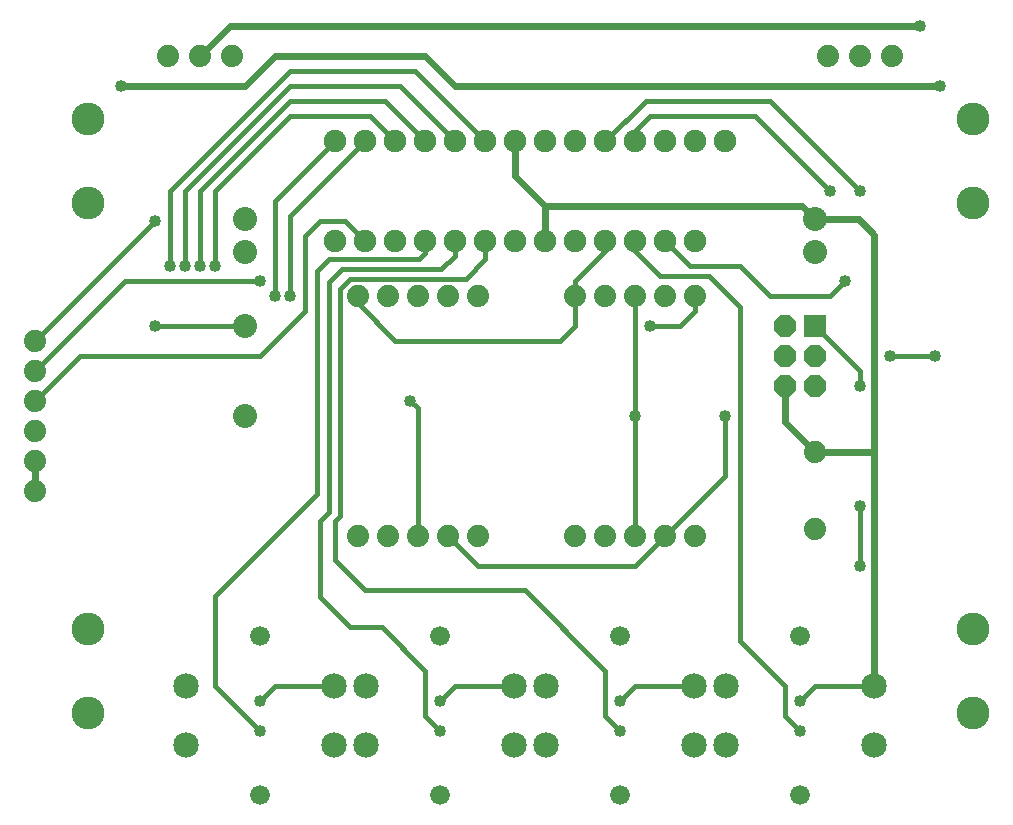
<source format=gbr>
G04 EAGLE Gerber RS-274X export*
G75*
%MOMM*%
%FSLAX34Y34*%
%LPD*%
%INTop Copper*%
%IPPOS*%
%AMOC8*
5,1,8,0,0,1.08239X$1,22.5*%
G01*
%ADD10C,1.879600*%
%ADD11C,2.781300*%
%ADD12R,1.879600X1.879600*%
%ADD13P,2.034460X8X292.500000*%
%ADD14C,2.032000*%
%ADD15C,1.905000*%
%ADD16C,2.159000*%
%ADD17C,1.676400*%
%ADD18C,0.609600*%
%ADD19C,0.406400*%
%ADD20C,1.016000*%


D10*
X179578Y647700D03*
X152400Y647700D03*
X125222Y647700D03*
X684022Y647700D03*
X711200Y647700D03*
X738378Y647700D03*
D11*
X57150Y91440D03*
X57150Y162560D03*
X57150Y594360D03*
X57150Y523240D03*
D10*
X673100Y311900D03*
X673100Y246900D03*
D12*
X673100Y419100D03*
D13*
X647700Y419100D03*
X673100Y393700D03*
X647700Y393700D03*
X673100Y368300D03*
X647700Y368300D03*
D14*
X190500Y509270D03*
X190500Y481330D03*
D10*
X12700Y406400D03*
X12700Y381000D03*
X12700Y355600D03*
X12700Y330200D03*
X12700Y304800D03*
X12700Y279400D03*
D14*
X190500Y342900D03*
X190500Y419100D03*
D11*
X806450Y594360D03*
X806450Y523240D03*
X806450Y91440D03*
X806450Y162560D03*
D14*
X673100Y509270D03*
X673100Y481330D03*
D15*
X266700Y490855D03*
X292100Y490855D03*
X317500Y490855D03*
X342900Y490855D03*
X368300Y490855D03*
X393700Y490855D03*
X419100Y490855D03*
X444500Y490855D03*
X469900Y490855D03*
X495300Y490855D03*
X520700Y490855D03*
X546100Y490855D03*
X571500Y490855D03*
X596900Y575310D03*
X571500Y575310D03*
X546100Y575310D03*
X520700Y575310D03*
X495300Y575310D03*
X469900Y575310D03*
X444500Y575310D03*
X419100Y575310D03*
X393700Y575310D03*
X368300Y575310D03*
X342900Y575310D03*
X317500Y575310D03*
X292100Y575310D03*
X266700Y575310D03*
D16*
X140700Y113900D03*
X265700Y113900D03*
X140700Y63900D03*
X265700Y63900D03*
D17*
X203200Y156400D03*
X203200Y21400D03*
D16*
X293100Y113900D03*
X418100Y113900D03*
X293100Y63900D03*
X418100Y63900D03*
D17*
X355600Y156400D03*
X355600Y21400D03*
D16*
X445500Y113900D03*
X570500Y113900D03*
X445500Y63900D03*
X570500Y63900D03*
D17*
X508000Y156400D03*
X508000Y21400D03*
D16*
X597900Y113900D03*
X722900Y113900D03*
X597900Y63900D03*
X722900Y63900D03*
D17*
X660400Y156400D03*
X660400Y21400D03*
D10*
X387350Y444500D03*
X361950Y444500D03*
X336550Y444500D03*
X311150Y444500D03*
X285750Y444500D03*
X285750Y241300D03*
X311150Y241300D03*
X336550Y241300D03*
X361950Y241300D03*
X387350Y241300D03*
X571500Y444500D03*
X546100Y444500D03*
X520700Y444500D03*
X495300Y444500D03*
X469900Y444500D03*
X469900Y241300D03*
X495300Y241300D03*
X520700Y241300D03*
X546100Y241300D03*
X571500Y241300D03*
D18*
X12700Y279400D02*
X12700Y304800D01*
X722900Y311900D02*
X722900Y496300D01*
X722900Y311900D02*
X722900Y113900D01*
X722900Y311900D02*
X673100Y311900D01*
X419100Y546100D02*
X419100Y575310D01*
X419100Y546100D02*
X444500Y520700D01*
X444500Y490855D01*
X444500Y520700D02*
X661670Y520700D01*
X673100Y509270D01*
X709930Y509270D01*
X722900Y496300D01*
X647700Y368300D02*
X647700Y337300D01*
X673100Y311900D01*
D19*
X265700Y113900D02*
X215500Y113900D01*
X203200Y101600D01*
D20*
X203200Y101600D03*
D19*
X367900Y113900D02*
X418100Y113900D01*
X367900Y113900D02*
X355600Y101600D01*
D20*
X355600Y101600D03*
X508000Y101600D03*
D19*
X520300Y113900D01*
X570500Y113900D01*
D20*
X660400Y101600D03*
D19*
X673100Y114300D01*
X722500Y114300D01*
X722900Y113900D01*
X190500Y419100D02*
X114300Y419100D01*
D20*
X114300Y419100D03*
D18*
X177800Y673100D02*
X762000Y673100D01*
X177800Y673100D02*
X152400Y647700D01*
D20*
X762000Y673100D03*
X114300Y508000D03*
D19*
X12700Y406400D01*
X50800Y393700D02*
X12700Y355600D01*
X50800Y393700D02*
X203200Y393700D01*
X241300Y431800D01*
X241300Y495300D02*
X254000Y508000D01*
X274955Y508000D01*
X292100Y490855D01*
X241300Y495300D02*
X241300Y431800D01*
D20*
X203200Y457200D03*
D19*
X88900Y457200D01*
X12700Y381000D01*
D18*
X85090Y622300D02*
X190500Y622300D01*
X215900Y647700D01*
X342900Y647700D01*
X368300Y622300D01*
X778510Y622300D01*
D20*
X85090Y622300D03*
X778510Y622300D03*
D19*
X342900Y490855D02*
X342900Y480568D01*
X337566Y475234D02*
X261366Y475234D01*
X251460Y465328D02*
X251460Y276860D01*
X337566Y475234D02*
X342900Y480568D01*
X261366Y475234D02*
X251460Y465328D01*
D20*
X203200Y76200D03*
D19*
X165100Y190500D02*
X251460Y276860D01*
X165100Y190500D02*
X165100Y114300D01*
X203200Y76200D01*
X368300Y478536D02*
X368300Y490855D01*
X356616Y466852D02*
X272034Y466852D01*
X261112Y455930D02*
X261112Y261112D01*
X356616Y466852D02*
X368300Y478536D01*
X272034Y466852D02*
X261112Y455930D01*
X261112Y261112D02*
X254000Y254000D01*
X254000Y189230D01*
X279400Y163830D01*
D20*
X355600Y76200D03*
D19*
X342900Y88900D01*
X342900Y127000D01*
X306070Y163830D01*
X279400Y163830D01*
X393700Y475488D02*
X393700Y490855D01*
X377190Y458978D02*
X279146Y458978D01*
X292100Y195072D02*
X427228Y195072D01*
X270510Y257810D02*
X270510Y450088D01*
X377190Y458978D02*
X393700Y475488D01*
X279146Y458978D02*
X279146Y458724D01*
X270510Y450088D01*
X270510Y257810D02*
X266700Y254000D01*
X266700Y220472D01*
X292100Y195072D01*
D20*
X508000Y76200D03*
D19*
X495300Y88900D01*
X495300Y127000D01*
X427228Y195072D01*
X609600Y152400D02*
X609600Y435102D01*
X520700Y482600D02*
X520700Y490855D01*
X520700Y482600D02*
X541782Y461518D01*
X583184Y461518D01*
X609600Y435102D01*
D20*
X660400Y76200D03*
D19*
X647700Y88900D01*
X647700Y114300D01*
X609600Y152400D01*
D20*
X127000Y469900D03*
D19*
X127000Y533400D01*
X228600Y635000D01*
X334010Y635000D01*
X393700Y575310D01*
D20*
X139700Y469900D03*
D19*
X139700Y533400D01*
X228600Y622300D01*
X321310Y622300D01*
X368300Y575310D01*
D20*
X152400Y469900D03*
D19*
X152400Y533400D01*
X228600Y609600D01*
X308610Y609600D01*
X342900Y575310D01*
D20*
X165100Y469900D03*
D19*
X165100Y533400D01*
X228600Y596900D01*
X295910Y596900D01*
X317500Y575310D01*
X571500Y444500D02*
X571500Y431800D01*
X558800Y419100D01*
X533400Y419100D01*
D20*
X533400Y419100D03*
X596900Y342900D03*
D19*
X596900Y292100D01*
X546100Y241300D01*
X520700Y215900D01*
X387350Y215900D01*
X361950Y241300D01*
D20*
X685800Y533400D03*
X711200Y368300D03*
X711200Y266700D03*
D19*
X711200Y215900D01*
D20*
X711200Y215900D03*
D19*
X711200Y368300D02*
X711200Y381000D01*
X673100Y419100D01*
X520700Y575310D02*
X520700Y584200D01*
X533400Y596900D01*
X622300Y596900D01*
X685800Y533400D01*
D20*
X711200Y533400D03*
X774700Y393700D03*
D19*
X736600Y393700D01*
D20*
X736600Y393700D03*
D19*
X635000Y609600D02*
X529590Y609600D01*
X495300Y575310D01*
X635000Y609600D02*
X711200Y533400D01*
X285750Y444500D02*
X285750Y438150D01*
X317500Y406400D01*
X457200Y406400D01*
X469900Y419100D01*
X469900Y444500D01*
X469900Y457200D01*
X495300Y482600D01*
X495300Y490855D01*
D20*
X330200Y355600D03*
D19*
X336550Y349250D01*
X336550Y241300D01*
D20*
X228600Y444500D03*
D19*
X228600Y511810D01*
X292100Y575310D01*
D20*
X520700Y342900D03*
D19*
X520700Y241300D01*
D20*
X215900Y444500D03*
D19*
X215900Y524510D01*
X266700Y575310D01*
X520700Y444500D02*
X520700Y342900D01*
D20*
X698500Y457200D03*
D19*
X685800Y444500D01*
X635000Y444500D01*
X609600Y469900D01*
X567055Y469900D01*
X546100Y490855D01*
M02*

</source>
